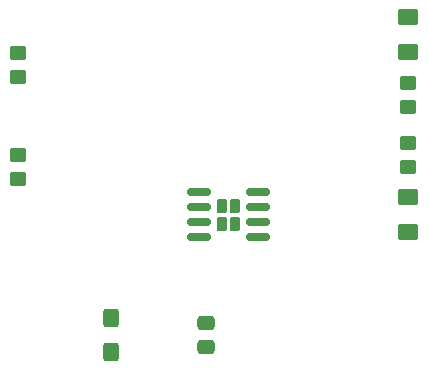
<source format=gbr>
%TF.GenerationSoftware,KiCad,Pcbnew,(6.0.10)*%
%TF.CreationDate,2023-02-17T13:08:41-08:00*%
%TF.ProjectId,Lab 6b,4c616220-3662-42e6-9b69-6361645f7063,rev?*%
%TF.SameCoordinates,Original*%
%TF.FileFunction,Paste,Top*%
%TF.FilePolarity,Positive*%
%FSLAX46Y46*%
G04 Gerber Fmt 4.6, Leading zero omitted, Abs format (unit mm)*
G04 Created by KiCad (PCBNEW (6.0.10)) date 2023-02-17 13:08:41*
%MOMM*%
%LPD*%
G01*
G04 APERTURE LIST*
G04 Aperture macros list*
%AMRoundRect*
0 Rectangle with rounded corners*
0 $1 Rounding radius*
0 $2 $3 $4 $5 $6 $7 $8 $9 X,Y pos of 4 corners*
0 Add a 4 corners polygon primitive as box body*
4,1,4,$2,$3,$4,$5,$6,$7,$8,$9,$2,$3,0*
0 Add four circle primitives for the rounded corners*
1,1,$1+$1,$2,$3*
1,1,$1+$1,$4,$5*
1,1,$1+$1,$6,$7*
1,1,$1+$1,$8,$9*
0 Add four rect primitives between the rounded corners*
20,1,$1+$1,$2,$3,$4,$5,0*
20,1,$1+$1,$4,$5,$6,$7,0*
20,1,$1+$1,$6,$7,$8,$9,0*
20,1,$1+$1,$8,$9,$2,$3,0*%
G04 Aperture macros list end*
%ADD10RoundRect,0.250000X0.450000X-0.350000X0.450000X0.350000X-0.450000X0.350000X-0.450000X-0.350000X0*%
%ADD11RoundRect,0.250001X0.624999X-0.462499X0.624999X0.462499X-0.624999X0.462499X-0.624999X-0.462499X0*%
%ADD12RoundRect,0.250000X0.425000X-0.537500X0.425000X0.537500X-0.425000X0.537500X-0.425000X-0.537500X0*%
%ADD13RoundRect,0.230000X0.230000X0.375000X-0.230000X0.375000X-0.230000X-0.375000X0.230000X-0.375000X0*%
%ADD14RoundRect,0.150000X0.825000X0.150000X-0.825000X0.150000X-0.825000X-0.150000X0.825000X-0.150000X0*%
%ADD15RoundRect,0.250000X0.475000X-0.337500X0.475000X0.337500X-0.475000X0.337500X-0.475000X-0.337500X0*%
G04 APERTURE END LIST*
D10*
%TO.C,R3*%
X144780000Y-84820000D03*
X144780000Y-82820000D03*
%TD*%
%TO.C,R4*%
X144780000Y-89900000D03*
X144780000Y-87900000D03*
%TD*%
%TO.C,R1*%
X111760000Y-82280000D03*
X111760000Y-80280000D03*
%TD*%
D11*
%TO.C,D1*%
X144780000Y-80227500D03*
X144780000Y-77252500D03*
%TD*%
D10*
%TO.C,R2*%
X111760000Y-90920000D03*
X111760000Y-88920000D03*
%TD*%
D12*
%TO.C,C1*%
X119580000Y-105577500D03*
X119580000Y-102702500D03*
%TD*%
D13*
%TO.C,U1*%
X130110000Y-93230000D03*
X128970000Y-94730000D03*
X130110000Y-94730000D03*
X128970000Y-93230000D03*
D14*
X132015000Y-95885000D03*
X132015000Y-94615000D03*
X132015000Y-93345000D03*
X132015000Y-92075000D03*
X127065000Y-92075000D03*
X127065000Y-93345000D03*
X127065000Y-94615000D03*
X127065000Y-95885000D03*
%TD*%
D15*
%TO.C,C2*%
X127625000Y-105177500D03*
X127625000Y-103102500D03*
%TD*%
D11*
%TO.C,D2*%
X144780000Y-95467500D03*
X144780000Y-92492500D03*
%TD*%
M02*

</source>
